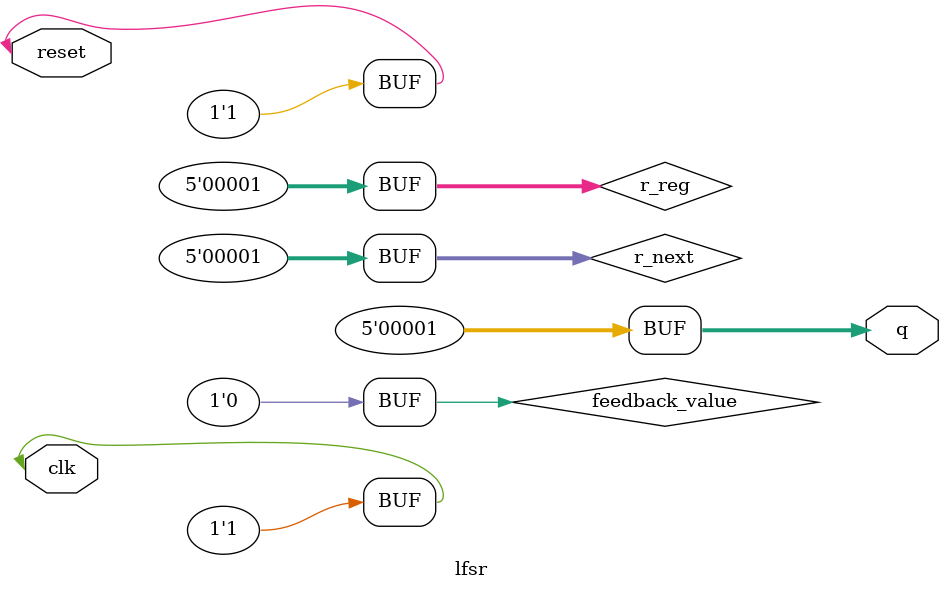
<source format=v>
module lfsr( 
    input clk,
    input reset,
    output [4:0] q
); 
reg [4:0] r_reg;
wire [4:0] r_next;
wire feedback_value;
// on reset set the value of r_reg to 1
// otherwise assign r_next to r_reg
// assign the xor of bit positions 2 and 4 of r_reg to feedback_value
// assign feedback concatenated with 4 most significant bits of r_reg to r_next
// assign r_reg to the output q
assign q = r_reg[4:0];
assign r_reg = (reset == 1) ? 1 : r_reg;
assign r_next = r_reg ^ (r_reg >> 2) ^ (r_reg >> 4);
assign feedback_value = (r_reg >> 2) ^ (r_reg >> 4);
// specify the clock and reset pins
assign clk = 1;
assign reset = 1;
// specify the initial state of the LFSR
assign r_reg = 1;
endmodule

</source>
